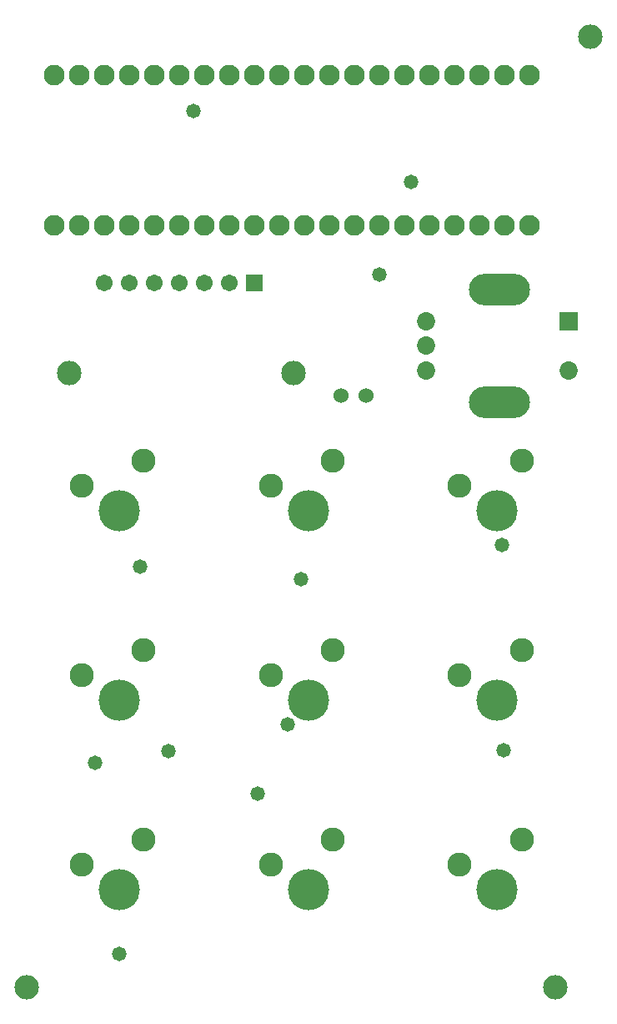
<source format=gbs>
G04*
G04 #@! TF.GenerationSoftware,Altium Limited,Altium Designer,21.5.1 (32)*
G04*
G04 Layer_Color=16711935*
%FSTAX25Y25*%
%MOIN*%
G70*
G04*
G04 #@! TF.SameCoordinates,0BFE2CC6-8836-44AC-A470-928A03FDA669*
G04*
G04*
G04 #@! TF.FilePolarity,Negative*
G04*
G01*
G75*
%ADD21C,0.09800*%
%ADD22C,0.08274*%
%ADD23R,0.07296X0.07296*%
%ADD24C,0.07296*%
%ADD25O,0.24422X0.12611*%
%ADD26C,0.09658*%
%ADD27C,0.16500*%
%ADD28C,0.06706*%
%ADD29R,0.06706X0.06706*%
%ADD30C,0.06000*%
%ADD31C,0.05800*%
D21*
X0320279Y0107267D02*
D03*
X0334278Y0487D02*
D03*
X0215692Y0352721D02*
D03*
X0125778D02*
D03*
X0109Y0107267D02*
D03*
D22*
X012Y04115D02*
D03*
X013D02*
D03*
X014D02*
D03*
X015D02*
D03*
X016D02*
D03*
X017D02*
D03*
X018D02*
D03*
X019D02*
D03*
X02D02*
D03*
X021D02*
D03*
X022D02*
D03*
X023D02*
D03*
X024D02*
D03*
X025D02*
D03*
X026D02*
D03*
X027D02*
D03*
X028D02*
D03*
X029D02*
D03*
X03D02*
D03*
X031D02*
D03*
X012Y04715D02*
D03*
X013D02*
D03*
X014D02*
D03*
X015D02*
D03*
X016D02*
D03*
X017D02*
D03*
X018D02*
D03*
X019D02*
D03*
X02D02*
D03*
X021D02*
D03*
X022D02*
D03*
X023D02*
D03*
X024D02*
D03*
X025D02*
D03*
X026D02*
D03*
X027D02*
D03*
X028D02*
D03*
X029D02*
D03*
X03D02*
D03*
X031D02*
D03*
D23*
X0325559Y0373343D02*
D03*
D24*
Y0353657D02*
D03*
X0268472Y0373343D02*
D03*
Y03635D02*
D03*
Y0353657D02*
D03*
D25*
X0298Y0385941D02*
D03*
Y0341059D02*
D03*
D26*
X0282015Y01563D02*
D03*
X0306897Y01663D02*
D03*
X0231297D02*
D03*
X0206415Y01563D02*
D03*
X0130815D02*
D03*
X0155697Y01663D02*
D03*
X0306897Y02419D02*
D03*
X0282015Y02319D02*
D03*
X0206415D02*
D03*
X0231297Y02419D02*
D03*
X0155697D02*
D03*
X0130815Y02319D02*
D03*
X0282015Y03075D02*
D03*
X0306897Y03175D02*
D03*
X0231297D02*
D03*
X0206415Y03075D02*
D03*
X0130815D02*
D03*
X0155697Y03175D02*
D03*
D27*
X0297015Y01463D02*
D03*
X0221415D02*
D03*
X0145815D02*
D03*
X0297015Y02219D02*
D03*
X0221415D02*
D03*
X0145815D02*
D03*
X0297015Y02975D02*
D03*
X0221415D02*
D03*
X0145815D02*
D03*
D28*
X014Y03885D02*
D03*
X015D02*
D03*
X016D02*
D03*
X017D02*
D03*
X019D02*
D03*
X018D02*
D03*
D29*
X02D02*
D03*
D30*
X02345Y03435D02*
D03*
X02445D02*
D03*
D31*
X02132Y02122D02*
D03*
X02625Y0429D02*
D03*
X01757Y04572D02*
D03*
X01362Y01969D02*
D03*
X029875Y028405D02*
D03*
X01657Y02015D02*
D03*
X02013Y0184704D02*
D03*
X0145961Y01205D02*
D03*
X02996Y0202D02*
D03*
X025Y0391815D02*
D03*
X02184Y02702D02*
D03*
X01543Y02754D02*
D03*
M02*

</source>
